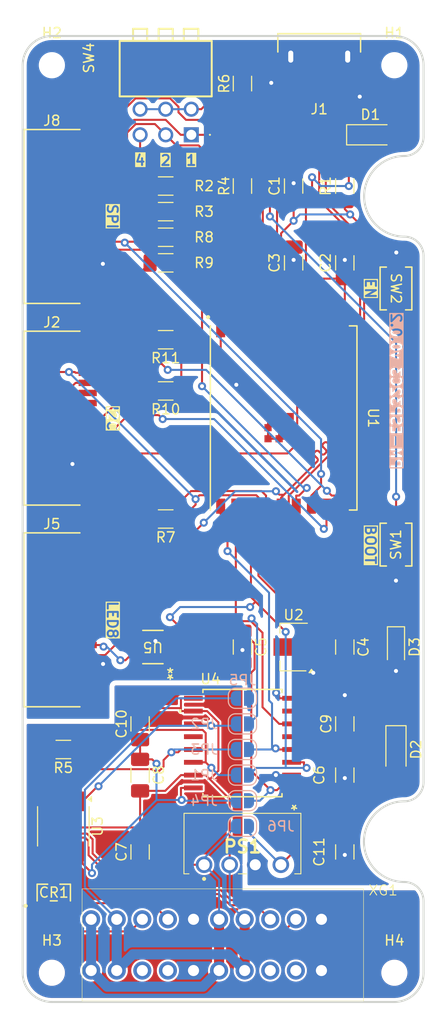
<source format=kicad_pcb>
(kicad_pcb (version 20240108) (generator "pcbnew") (generator_version "8.0")
  (title_block (title "${article} v${version}"))
  (layers (0 "F.Cu" signal) (31 "B.Cu" signal) (34 "B.Paste" user) (35 "F.Paste" user) (36 "B.SilkS" user "B.Silkscreen") (37 "F.SilkS" user "F.Silkscreen") (38 "B.Mask" user) (39 "F.Mask" user) (44 "Edge.Cuts" user))
  (property "article" "PM-ESP32C3")
  (property "version" "0.0.2")
  (net 0 "")
  (net 1 "/EN")
  (net 2 "GND")
  (net 4 "Net-(R4-Pad2)")
  (net 5 "/SCL")
  (net 6 "/SDA")
  (net 7 "/USB_D+")
  (net 8 "/USB_D-")
  (net 9 "+5V")
  (net 11 "+3.3V")
  (net 12 "/SCK")
  (net 13 "/CS0")
  (net 14 "/MOSI")
  (net 15 "/MISO")
  (net 16 "/CS1")
  (net 17 "Net-(D1-A)")
  (net 21 "Net-(R6-Pad2)")
  (net 23 "Net-(J5-Pin_2)")
  (net 24 "/UART_RX")
  (net 25 "/UART_TX")
  (net 26 "/B")
  (net 27 "/A")
  (net 28 "/INT")
  (net 29 "/CS2")
  (net 30 "/CS3")
  (net 31 "+3.3V_ISO")
  (net 32 "Net-(J5-Pin_8)")
  (net 33 "GND_ISO")
  (net 34 "/UART_RX_ISO")
  (net 38 "/UART_TX_ISO")
  (net 41 "Net-(D2-A)")
  (net 42 "PE")
  (net 43 "+5V_ISO")
  (net 44 "Net-(J5-Pin_9)")
  (net 45 "/UART_RTS_ISO")
  (net 46 "/UART_RTS")
  (footprint "MountingHole:MountingHole_2.1mm" (layer "F.Cu") (at 85 145)
    (property "Reference" "H4")
    (property "Value" "MountingHole")
  )
  (footprint "Resistor_SMD:R_1206_3216Metric_Pad1.30x1.75mm_HandSolder" (layer "F.Cu") (at 62.3 74.6)
    (property "Reference" "R9")
    (property "Value" "10k")
  )
  (footprint "kicad_inventree_lib:SW_TS-1088_XNP-M" (layer "F.Cu") (at 85.16 77.14 -90)
    (property "Reference" "SW2")
    (property "Value" "Button")
  )
  (footprint "kicad_inventree_lib:ESP32-C3-WROOM-02U_EXP" (layer "F.Cu") (at 74.01 89.98 -90)
    (property "Reference" "U1")
    (property "Value" "ESP32-C3-WROOM-02U-N4")
  )
  (footprint "Capacitor_SMD:C_1206_3216Metric_Pad1.33x1.80mm_HandSolder" (layer "F.Cu") (at 80.08 120.32 90)
    (property "Reference" "C9")
    (property "Value" "10uF")
  )
  (footprint "kicad_inventree_lib:DA03BLP" (layer "F.Cu") (at 64.84 61.9 180)
    (property "Reference" "SW4")
    (property "Value" "DIP 3 pos" (hide yes))
  )
  (footprint "Package_TO_SOT_SMD:SOT-89-3" (layer "F.Cu") (at 75 112.7 180)
    (property "Reference" "U2")
    (property "Value" "CJA1117B-3.3")
  )
  (footprint "kicad_inventree_lib:CONN5_H83-S1S_XKB" (layer "F.Cu") (at 78.84 56.9989 180)
    (property "Reference" "J1")
    (property "Value" "U254-051T-4BH83-S1S")
  )
  (footprint "Resistor_SMD:R_1206_3216Metric_Pad1.30x1.75mm_HandSolder" (layer "F.Cu") (at 62.3 82.22 180)
    (property "Reference" "R11")
    (property "Value" "3k3")
  )
  (footprint "kicad_inventree_lib:SOT23-3_LTF" (layer "F.Cu") (at 51.19 137.0459)
    (property "Reference" "CR1")
    (property "Value" "SM712")
  )
  (footprint "Capacitor_SMD:C_1206_3216Metric_Pad1.33x1.80mm_HandSolder" (layer "F.Cu") (at 80.08 112.7 -90)
    (property "Reference" "C4")
    (property "Value" "10uF")
  )
  (footprint "MountingHole:MountingHole_2.1mm" (layer "F.Cu") (at 51 145)
    (property "Reference" "H3")
    (property "Value" "MountingHole")
  )
  (footprint "Package_SO:SOIC-8_3.9x4.9mm_P1.27mm" (layer "F.Cu") (at 52.14 130.48 -90)
    (property "Reference" "U3")
    (property "Value" "MAX3485")
  )
  (footprint "Capacitor_SMD:C_1206_3216Metric_Pad1.33x1.80mm_HandSolder" (layer "F.Cu") (at 80.08 125.4 -90)
    (property "Reference" "C6")
    (property "Value" "100nF")
  )
  (footprint "MountingHole:MountingHole_2.1mm" (layer "F.Cu") (at 51 55)
    (property "Reference" "H2")
    (property "Value" "MountingHole")
  )
  (footprint "kicad_inventree_lib:CONN10_AFA07-S10_JUS" (layer "F.Cu") (at 51 70 -90)
    (property "Reference" "J8")
    (property "Value" "AFA07-S10FCC-00")
  )
  (footprint "Resistor_SMD:R_1206_3216Metric_Pad1.30x1.75mm_HandSolder" (layer "F.Cu") (at 62.3 87.3 180)
    (property "Reference" "R10")
    (property "Value" "3k3")
  )
  (footprint "Diode_SMD:D_SOD-323_HandSoldering" (layer "F.Cu") (at 85.16 112.7 -90)
    (property "Reference" "D3")
    (property "Value" "5A 9.8V 6V")
  )
  (footprint "Resistor_SMD:R_1206_3216Metric_Pad1.30x1.75mm_HandSolder" (layer "F.Cu") (at 52.14 122.86 180)
    (property "Reference" "R5")
    (property "Value" "10k")
  )
  (footprint "Resistor_SMD:R_1206_3216Metric_Pad1.30x1.75mm_HandSolder" (layer "F.Cu") (at 69.92 66.98 90)
    (property "Reference" "R4")
    (property "Value" "330R")
  )
  (footprint "Capacitor_SMD:C_1206_3216Metric_Pad1.33x1.80mm_HandSolder" (layer "F.Cu") (at 75 74.6 90)
    (property "Reference" "C3")
    (property "Value" "1uF")
  )
  (footprint "Capacitor_SMD:C_1206_3216Metric_Pad1.33x1.80mm_HandSolder" (layer "F.Cu") (at 75 66.98 90)
    (property "Reference" "C1")
    (property "Value" "1uF")
  )
  (footprint "kicad_inventree_lib:DBV6-M" (layer "F.Cu") (at 61.03 112.7 180)
    (property "Reference" "U5")
    (property "Value" "SN74LVC2G14DBVR")
  )
  (footprint "Capacitor_SMD:C_1206_3216Metric_Pad1.33x1.80mm_HandSolder" (layer "F.Cu") (at 59.76 125.4 -90)
    (property "Reference" "C8")
    (property "Value" "100nF")
  )
  (footprint "Resistor_SMD:R_1206_3216Metric_Pad1.30x1.75mm_HandSolder" (layer "F.Cu") (at 62.3 100 180)
    (property "Reference" "R7")
    (property "Value" "330R")
  )
  (footprint "Resistor_SMD:R_1206_3216Metric_Pad1.30x1.75mm_HandSolder" (layer "F.Cu") (at 69.92 56.82 90)
    (property "Reference" "R6")
    (property "Value" "10k")
  )
  (footprint "Capacitor_SMD:C_1206_3216Metric_Pad1.33x1.80mm_HandSolder" (layer "F.Cu") (at 80.08 133.02 -90)
    (property "Reference" "C11")
    (property "Value" "10uF")
  )
  (footprint "Diode_SMD:D_SOD-123" (layer "F.Cu") (at 82.62 61.9)
    (property "Reference" "D1")
    (property "Value" "B5819W")
  )
  (footprint "kicad_inventree_lib:DG141R-2.54-10P" (layer "F.Cu") (at 54 147.8)
    (property "Reference" "XG1")
    (property "Value" "DG141R-2.54-10P" (hide yes))
  )
  (footprint "kicad_inventree_lib:CONN10_AFA07-S10_JUS" (layer "F.Cu") (at 51 110 -90)
    (property "Reference" "J5")
    (property "Value" "AFA07-S10FCC-00")
  )
  (footprint "Resistor_SMD:R_1206_3216Metric_Pad1.30x1.75mm_HandSolder" (layer "F.Cu") (at 62.3 66.98 180)
    (property "Reference" "R2")
    (property "Value" "10k")
  )
  (footprint "Resistor_SMD:R_1206_3216Metric_Pad1.30x1.75mm_HandSolder" (layer "F.Cu") (at 62.3 69.52 180)
    (property "Reference" "R3")
    (property "Value" "10k")
  )
  (footprint "Diode_SMD:D_SOD-123" (layer "F.Cu") (at 85.16 122.86 -90)
    (property "Reference" "D2")
    (property "Value" "B5819W")
  )
  (footprint "kicad_inventree_lib:SW_TS-1088_XNP-M" (layer "F.Cu") (at 85.16 102.54 90)
    (property "Reference" "SW1")
    (property "Value" "Button")
  )
  (footprint "MountingHole:MountingHole_2.1mm" (layer "F.Cu") (at 85 55)
    (property "Reference" "H1")
    (property "Value" "MountingHole")
  )
  (footprint "kicad_inventree_lib:CONN10_AFA07-S10_JUS" (layer "F.Cu") (at 51 90 -90)
    (property "Reference" "J2")
    (property "Value" "AFA07-S10FCC-00")
  )
  (footprint "Resistor_SMD:R_1206_3216Metric_Pad1.30x1.75mm_HandSolder" (layer "F.Cu") (at 80.08 66.98 -90)
    (property "Reference" "R1")
    (property "Value" "10k")
  )
  (footprint "Capacitor_SMD:C_1206_3216Metric_Pad1.33x1.80mm_HandSolder" (layer "F.Cu") (at 59.76 120.32 90)
    (property "Reference" "C10")
    (property "Value" "10uF")
  )
  (footprint "kicad_inventree_lib:B0505S1WR3" (layer "F.Cu") (at 66.11 134.29)
    (property "Reference" "PS1")
    (property "Value" "B0505S-1WR3" (hide yes))
  )
  (footprint "Capacitor_SMD:C_1206_3216Metric_Pad1.33x1.80mm_HandSolder" (layer "F.Cu") (at 80.08 74.6 -90)
    (property "Reference" "C2")
    (property "Value" "10uF")
  )
  (footprint "Capacitor_SMD:C_1206_3216Metric_Pad1.33x1.80mm_HandSolder" (layer "F.Cu") (at 69.92 112.7 -90)
    (property "Reference" "C5")
    (property "Value" "22uF")
  )
  (footprint "kicad_inventree_lib:SOIC16-WBW_CLG-M" (layer "F.Cu") (at 69.92 122.225 180)
    (property "Reference" "U4")
    (property "Value" "CA-IS3641HW")
  )
  (footprint "Resistor_SMD:R_1206_3216Metric_Pad1.30x1.75mm_HandSolder" (layer "F.Cu") (at 62.3 72.06 180)
    (property "Reference" "R8")
    (property "Value" "10k")
  )
  (footprint "Capacitor_SMD:C_1206_3216Metric_Pad1.33x1.80mm_HandSolder" (layer "F.Cu") (at 59.76 133.02 90)
    (property "Reference" "C7")
    (property "Value" "10uF")
  )
  (footprint "Jumper:SolderJumper-2_P1.3mm_Open_RoundedPad1.0x1.5mm" (layer "B.Cu") (at 69.92 117.78 180)
    (property "Reference" "JP5")
    (property "Value" "SolderJumper_2_Open")
  )
  (footprint "Jumper:SolderJumper-2_P1.3mm_Open_RoundedPad1.0x1.5mm" (layer "B.Cu") (at 69.92 127.94 180)
    (property "Reference" "JP4")
    (property "Value" "SolderJumper_2_Open")
  )
  (footprint "Jumper:SolderJumper-2_P1.3mm_Open_RoundedPad1.0x1.5mm" (layer "B.Cu") (at 69.92 120.32 180)
    (property "Reference" "JP2")
    (property "Value" "SolderJumper_2_Open")
  )
  (footprint "Jumper:SolderJumper-2_P1.3mm_Open_RoundedPad1.0x1.5mm" (layer "B.Cu") (at 69.92 125.4 180)
    (property "Reference" "JP1")
    (property "Value" "SolderJumper_2_Open")
  )
  (footprint "Jumper:SolderJumper-2_P1.3mm_Open_RoundedPad1.0x1.5mm" (layer "B.Cu") (at 69.92 130.48)
    (property "Reference" "JP6")
    (property "Value" "SolderJumper_2_Open")
  )
  (footprint "Jumper:SolderJumper-2_P1.3mm_Open_RoundedPad1.0x1.5mm" (layer "B.Cu") (at 69.92 122.86 180)
    (property "Reference" "JP3")
    (property "Value" "SolderJumper_2_Open")
  )
  (gr_arc (start 87.900001 144.999999) (mid 87.050611 147.050609) (end 85.000001 147.899999) (stroke (width 0.2)) (layer "Edge.Cuts"))
  (gr_line (start 87.900001 137.899999) (end 87.900001 144.999999) (stroke (width 0.2)) (layer "Edge.Cuts"))
  (gr_line (start 87.9 62.1) (end 87.9 55) (stroke (width 0.2)) (layer "Edge.Cuts"))
  (gr_arc (start 48.099999 55) (mid 48.949389 52.94939) (end 50.999999 52.1) (stroke (width 0.2)) (layer "Edge.Cuts"))
  (gr_line (start 48.1 144.999999) (end 48.1 54.999999) (stroke (width 0.2)) (layer "Edge.Cuts"))
  (gr_arc (start 86.000001 135.999999) (mid 82.000001 131.999999) (end 86.000001 127.999999) (stroke (width 0.2)) (layer "Edge.Cuts"))
  (gr_arc (start 87.900001 126.100001) (mid 87.343504 127.443504) (end 86.000001 128.000001) (stroke (width 0.2)) (layer "Edge.Cuts"))
  (gr_arc (start 86.000001 71.999999) (mid 87.343504 72.556496) (end 87.900001 73.899999) (stroke (width 0.2)) (layer "Edge.Cuts"))
  (gr_arc (start 85 52.1) (mid 87.05061 52.94939) (end 87.9 55) (stroke (width 0.2)) (layer "Edge.Cuts"))
  (gr_arc (start 51 147.899999) (mid 48.94939 147.050609) (end 48.1 144.999999) (stroke (width 0.2)) (layer "Edge.Cuts"))
  (gr_line (start 87.900001 73.899999) (end 87.900001 126.100001) (stroke (width 0.2)) (layer "Edge.Cuts"))
  (gr_line (start 50.999999 52.1) (end 85 52.1) (stroke (width 0.2)) (layer "Edge.Cuts"))
  (gr_arc (start 86.000001 135.999999) (mid 87.343504 136.556496) (end 87.900001 137.899999) (stroke (width 0.2)) (layer "Edge.Cuts"))
  (gr_line (start 51 147.899999) (end 85.000001 147.899999) (stroke (width 0.2)) (layer "Edge.Cuts"))
  (gr_arc (start 86 72) (mid 82 68) (end 86 64) (stroke (width 0.2)) (layer "Edge.Cuts"))
  (gr_arc (start 87.9 62.1) (mid 87.343503 63.443503) (end 86 64) (stroke (width 0.2)) (layer "Edge.Cuts"))
  (gr_text "${article} v${version}" (at 85.16 87.3 -90) (layer "B.SilkS" knockout) (effects (font (size 1 1) (thickness 0.2) (bold yes)) (justify mirror)))
  (gr_text "LED8" (at 57 110 270) (layer "F.SilkS" knockout) (effects (font (size 1 1) (thickness 0.2) (bold yes))))
  (gr_text "EN" (at 82.62 77.14 -90) (layer "F.SilkS" knockout) (effects (font (size 1 1) (thickness 0.2) (bold yes))))
  (gr_text "I2C" (at 57 90 270) (layer "F.SilkS" knockout) (effects (font (size 1 1) (thickness 0.2) (bold yes))))
  (gr_text "BOOT" (at 82.62 102.54 -90) (layer "F.SilkS" knockout) (effects (font (size 1 1) (thickness 0.2) (bold yes))))
  (gr_text "4" (at 59.76 64.44 0) (layer "F.SilkS" knockout) (effects (font (size 1 1) (thickness 0.2) (bold yes))))
  (gr_text "2" (at 62.3 64.44 0) (layer "F.SilkS" knockout) (effects (font (size 1 1) (thickness 0.2) (bold yes))))
  (gr_text "SPI" (at 57 70 270) (layer "F.SilkS" knockout) (effects (font (size 1 1) (thickness 0.2) (bold yes))))
  (gr_text "1" (at 64.84 64.44 0) (layer "F.SilkS" knockout) (effects (font (size 1 1) (thickness 0.2) (bold yes))))
  (segment (start 80.08 69.2676) (end 80.6082 69.7958) (width 0.2) (layer "F.Cu") (net 1))
  (segment (start 80.6082 69.7958) (end 83.05 72.2376) (width 0.2) (layer "F.Cu") (net 1))
  (segment (start 78.26 80.179) (end 77.333 79.252) (width 0.2) (layer "F.Cu") (net 1))
  (segment (start 77.333 79.252) (end 76.1904 79.252) (width 0.2) (layer "F.Cu") (net 1))
  (segment (start 73.756 76.8176) (end 73.756 71.6663) (width 0.2) (layer "F.Cu") (net 1))
  (segment (start 84.236 79.426) (end 85.16 79.426) (width 0.2) (layer "F.Cu") (net 1))
  (segment (start 76.1904 79.252) (end 73.756 76.8176) (width 0.2) (layer "F.Cu") (net 1))
  (segment (start 83.05 72.2376) (end 83.05 78.24) (width 0.2) (layer "F.Cu") (net 1))
  (segment (start 83.05 78.24) (end 84.236 79.426) (width 0.2) (layer "F.Cu") (net 1))
  (segment (start 78.26 81.23) (end 78.26 80.179) (width 0.2) (layer "F.Cu") (net 1))
  (segment (start 73.756 71.6663) (end 75 70.4223) (width 0.2) (layer "F.Cu") (net 1))
  (segment (start 80.08 68.53) (end 80.08 69.2676) (width 0.2) (layer "F.Cu") (net 1))
  (segment (start 75 70.4223) (end 75 68.5425) (width 0.2) (layer "F.Cu") (net 1))
  (via (at 75 70.4223) (size 0.8) (drill 0.4) (layers "F.Cu" "B.Cu") (net 1))
  (via (at 80.6082 69.7958) (size 0.8) (drill 0.4) (layers "F.Cu" "B.Cu") (net 1))
  (segment (start 75.6265 69.7958) (end 75 70.4223) (width 0.2) (layer "B.Cu") (net 1))
  (segment (start 80.6082 69.7958) (end 75.6265 69.7958) (width 0.2) (layer "B.Cu") (net 1))
  (segment (start 75 65.4175) (end 75 66.6971) (width 0.2) (layer "F.Cu") (net 2))
  (segment (start 80.64 56.6949) (end 80.64 57.7967) (width 0.2) (layer "F.Cu") (net 2))
  (segment (start 55.7594 114.5) (end 55.8806 114.379) (width 0.2) (layer "F.Cu") (net 2))
  (segment (start 72.46 89.84) (end 72.46 90.94) (width 0.2) (layer "F.Cu") (net 2))
  (segment (start 80.08 73.0375) (end 80.08 74.3069) (width 0.2) (layer "F.Cu") (net 2))
  (segment (start 73.568 117.555) (end 73.2626 117.249) (width 0.2) (layer "F.Cu") (net 2))
  (segment (start 73.0316 56.7475) (end 73.0842 56.6949) (width 0.2) (layer "F.Cu") (net 2))
  (segment (start 73.568 117.78) (end 73.568 117.555) (width 0.2) (layer "F.Cu") (net 2))
  (segment (start 80.08 118.758) (end 80.08 118.7575) (width 0.2) (layer "F.Cu") (net 2))
  (segment (start 73.674 89.5113) (end 73.56 89.5113) (width 0.2) (layer "F.Cu") (net 2))
  (segment (start 75 73.0375) (end 75 74.3051) (width 0.2) (layer "F.Cu") (net 2))
  (segment (start 61.6045 112.4289) (end 61.6045 112.7) (width 0.2) (layer "F.Cu") (net 2))
  (segment (start 73.56 89.5113) (end 73.56 89.84) (width 0.2) (layer "F.Cu") (net 2))
  (segment (start 72.7777 56.7475) (end 73.0316 56.7475) (width 0.2) (layer "F.Cu") (net 2))
  (segment (start 75.9209 56.82) (end 75.7958 56.6949) (width 0.2) (layer "F.Cu") (net 2))
  (segment (start 80.08 126.962) (end 80.08 125.695) (width 0.2) (layer "F.Cu") (net 2))
  (segment (start 61.2813 112.1057) (end 61.6045 112.4289) (width 0.2) (layer "F.Cu") (net 2))
  (segment (start 85.16 73.8792) (end 85.16 74.854) (width 0.2) (layer "F.Cu") (net 2))
  (segment (start 62.4968 112.7) (end 61.6045 112.7) (width 0.2) (layer "F.Cu") (net 2))
  (segment (start 74.0027 89.84) (end 73.674 89.5113) (width 0.2) (layer "F.Cu") (net 2))
  (segment (start 72.46 89.84) (end 73.56 89.84) (width 0.2) (layer "F.Cu") (net 2))
  (segment (start 76.95 114.2) (end 76.95 115.255) (width 0.2) (layer "F.Cu") (net 2))
  (segment (start 67.759999 81.23) (end 67.759999 85.139999) (width 0.2) (layer "F.Cu") (net 2))
  (segment (start 80.08 134.582) (end 80.08 134.5825) (width 0.2) (layer "F.Cu") (net 2))
  (segment (start 75.7958 56.6949) (end 74.44 56.6949) (width 0.2) (layer "F.Cu") (net 2))
  (segment (start 69.92 114.262) (end 69.92 112.997) (width 0.2) (layer "F.Cu") (net 2))
  (segment (start 80.08 118.7575) (end 80.08 117.47) (width 0.2) (layer "F.Cu") (net 2))
  (segment (start 53.3046 94.548) (end 53.3526 94.5) (width 0.2) (layer "F.Cu") (net 2))
  (segment (start 80.08 126.962) (end 80.08 126.9625) (width 0.2) (layer "F.Cu") (net 2))
  (segment (start 85.16 104.826) (end 85.16 106.112) (width 0.2) (layer "F.Cu") (net 2))
  (segment (start 76.2401 56.82) (end 75.9209 56.82) (width 0.2) (layer "F.Cu") (net 2))
  (segment (start 54.556 114.5) (end 55.7594 114.5) (width 0.2) (layer "F.Cu") (net 2))
  (segment (start 80.08 117.47) (end 80.08 114.2625) (width 0.2) (layer "F.Cu") (net 2))
  (segment (start 81.2429 57.7967) (end 81.5631 58.1169) (width 0.2) (layer "F.Cu") (net 2))
  (segment (start 53.3526 94.5) (end 54.556 94.5) (width 0.2) (layer "F.Cu") (net 2))
  (segment (start 85.192 73.8472) (end 85.16 73.8792) (width 0.2) (layer "F.Cu") (net 2))
  (segment (start 67.759999 85.139999) (end 72.46 89.84) (width 0.2) (layer "F.Cu") (net 2))
  (segment (start 73.5581 125.39) (end 73.568 125.4) (width 0.2) (layer "F.Cu") (net 2))
  (segment (start 55.9569 74.6975) (end 55.7594 74.5) (width 0.2) (layer "F.Cu") (net 2))
  (segment (start 72.46 90.94) (end 72.46 92.04) (width 0.2) (layer "F.Cu") (net 2))
  (segment (start 85.16 113.95) (end 85.16 115.072) (width 0.2) (layer "F.Cu") (net 2))
  (segment (start 74.66 92.04) (end 73.56 92.04) (width 0.2) (layer "F.Cu") (net 2))
  (segment (start 80.08 114.2625) (end 80.08 114.262) (width 0.2) (layer "F.Cu") (net 2))
  (segment (start 69.92 114.262) (end 69.92 114.2625) (width 0.2) (layer "F.Cu") (net 2))
  (segment (start 55.8806 114.379) (end 56.0822 114.379) (width 0.2) (layer "F.Cu") (net 2))
  (segment (start 73.568 125.4) (end 74.7968 125.4) (width 0.2) (layer "F.Cu") (net 2))
  (segment (start 80.08 134.582) (end 80.08 133.315) (width 0.2) (layer "F.Cu") (net 2))
  (segment (start 55.7594 74.5) (end 54.556 74.5) (width 0.2) (layer "F.Cu") (net 2))
  (segment (start 80.64 57.7967) (end 81.2429 57.7967) (width 0.2) (layer "F.Cu") (net 2))
  (segment (start 74.7968 117.78) (end 73.568 117.78) (width 0.2) (layer "F.Cu") (net 2))
  (segment (start 73.56 92.04) (end 72.46 92.04) (width 0.2) (layer "F.Cu") (net 2))
  (segment (start 53.0435 94.548) (end 53.3046 94.548) (width 0.2) (layer "F.Cu") (net 2))
  (segment (start 74.66 89.84) (end 74.0027 89.84) (width 0.2) (layer "F.Cu") (net 2))
  (segment (start 73.56 90.94) (end 74.66 90.94) (width 0.2) (layer "F.Cu") (net 2))
  (segment (start 56.0639 74.6975) (end 55.9569 74.6975) (width 0.2) (layer "F.Cu") (net 2))
  (segment (start 73.0842 56.6949) (end 74.44 56.6949) (width 0.2) (layer "F.Cu") (net 2))
  (segment (start 73.2378 125.39) (end 73.5581 125.39) (width 0.2) (layer "F.Cu") (net 2))
  (segment (start 73.56 90.94) (end 73.56 92.04) (width 0.2) (layer "F.Cu") (net 2))
  (segment (start 85.192 73.5734) (end 85.192 73.8472) (width 0.2) (layer "F.Cu") (net 2))
  (via (at 69.92 112.997) (size 0.8) (drill 0.4) (layers "F.Cu" "B.Cu") (net 2))
  (via (at 56.0639 74.6975) (size 0.8) (drill 0.4) (layers "F.Cu" "B.Cu") (net 2))
  (via (at 75 66.6971) (size 0.8) (drill 0.4) (layers "F.Cu" "B.Cu") (net 2))
  (via (at 80.08 117.47) (size 0.8) (drill 0.4) (layers "F.Cu" "B.Cu") (net 2))
  (via (at 69.31 86.69) (size 0.8) (drill 0.4) (layers "F.Cu" "B.Cu") (net 2))
  (via (at 80.08 74.3069) (size 0.8) (drill 0.4) (layers "F.Cu" "B.Cu") (net 2))
  (via (at 73.2626 117.249) (size 0.8) (drill 0.4) (layers "F.Cu" "B.Cu") (net 2))
  (via (at 72.7777 56.7475) (size 0.8) (drill 0.4) (layers "F.Cu" "B.Cu") (net 2))
  (via (at 81.5631 58.1169) (size 0.8) (drill 0.4) (layers "F.Cu" "B.Cu") (net 2))
  (via (at 85.16 106.112) (size 0.8) (drill 0.4) (layers "F.Cu" "B.Cu") (net 2))
  (via (at 75 74.3051) (size 0.8) (drill 0.4) (layers "F.Cu" "B.Cu") (net 2))
  (via (at 80.08 133.315) (size 0.8) (drill 0.4) (layers "F.Cu" "B.Cu") (net 2))
  (via (at 61.2813 112.1057) (size 0.8) (drill 0.4) (layers "F.Cu" "B.Cu") (net 2))
  (via (at 56.0822 114.379) (size 0.8) (drill 0.4) (layers "F.Cu" "B.Cu") (net 2))
  (via (at 53.0435 94.548) (size 0.8) (drill 0.4) (layers "F.Cu" "B.Cu") (net 2))
  (via (at 85.192 73.5734) (size 0.8) (drill 0.4) (layers "F.Cu" "B.Cu") (net 2))
  (via (at 76.95 115.255) (size 0.8) (drill 0.4) (layers "F.Cu" "B.Cu") (net 2))
  (via (at 73.2378 125.39) (size 0.8) (drill 0.4) (layers "F.Cu" "B.Cu") (net 2))
  (via (at 80.08 125.695) (size 0.8) (drill 0.4) (layers "F.Cu" "B.Cu") (net 2))
  (via (at 85.16 115.072) (size 0.8) (drill 0.4) (layers "F.Cu" "B.Cu") (net 2))
  (segment (start 85.16 100.254) (end 85.16 99.2792) (width 0.2) (layer "F.Cu") (net 4))
  (segment (start 70.4558 65.43) (end 69.92 65.43) (width 0.2) (layer "F.Cu") (net 4))
  (segment (start 72.6465 70) (end 72.6465 67.6207) (width 0.2) (layer "F.Cu") (net 4))
  (segment (start 85.1723 99.2669) (end 85.1723 97.7904) (width 0.2) (layer "F.Cu") (net 4))
  (segment (start 72.6465 67.6207) (end 70.4558 65.43) (width 0.2) (layer "F.Cu") (net 4))
  (segment (start 85.16 99.2792) (end 85.1723 99.2669) (width 0.2) (layer "F.Cu") (net 4))
  (via (at 85.1723 97.7904) (size 0.8) (drill 0.4) (layers "F.Cu" "B.Cu") (net 4))
  (via (at 72.6465 70) (size 0.8) (drill 0.4) (layers "F.Cu" "B.Cu") (net 4))
  (segment (start 85.1723 82.5258) (end 72.6465 70) (width 0.2) (layer "B.Cu") (net 4))
  (segment (start 85.1723 97.7904) (end 85.1723 82.5258) (width 0.2) (layer "B.Cu") (net 4))
  (segment (start 54.556 92.5) (end 55.7594 92.5) (width 0.2) (layer "F.Cu") (net 5))
  (segment (start 60.75 89.6953) (end 60.75 87.3) (width 0.2) (layer "F.Cu") (net 5))
  (segment (start 61.6073 89.6953) (end 62 90.088) (width 0.2) (layer "F.Cu") (net 5))
  (segment (start 55.7594 92.5) (end 58.5641 89.6953) (width 0.2) (layer "F.Cu") (net 5))
  (segment (start 78.26 98.73) (end 78.26 100.723) (width 0.2) (layer "F.Cu") (net 5))
  (segment (start 60.75 89.6953) (end 61.6073 89.6953) (width 0.2) (layer "F.Cu") (net 5))
  (segment (start 58.5641 89.6953) (end 60.75 89.6953) (width 0.2) (layer "F.Cu") (net 5))
  (segment (start 78.26 100.723) (end 78 100.983) (width 0.2) (layer "F.Cu") (net 5))
  (via (at 78 100.983) (size 0.8) (drill 0.4) (layers "F.Cu" "B.Cu") (net 5))
  (via (at 62 90.088) (size 0.8) (drill 0.4) (layers "F.Cu" "B.Cu") (net 5))
  (segment (start 62 90.088) (end 67.1049 90.088) (width 0.2) (layer "B.Cu") (net 5))
  (segment (start 67.1049 90.088) (end 78 100.983) (width 0.2) (layer "B.Cu") (net 5))
  (segment (start 55.7594 90.1569) (end 55.7594 91.5) (width 0.2) (layer "F.Cu") (net 6))
  (segment (start 60.75 84.0847) (end 60.75 82.22) (width 0.2) (layer "F.Cu") (net 6))
  (segment (start 61.2908 84.6255) (end 55.7594 90.1569) (width 0.2) (layer "F.Cu") (net 6))
  (segment (start 79.76 97.679) (end 78.7764 97.679) (width 0.2) (layer "F.Cu") (net 6))
  (segment (start 55.7594 91.5) (end 54.556 91.5) (width 0.2) (layer "F.Cu") (net 6))
  (segment (start 78.7764 97.679) (end 78.3028 97.2054) (width 0.2) (layer "F.Cu") (net 6))
  (segment (start 79.76 98.73) (end 79.76 97.679) (width 0.2) (layer "F.Cu") (net 6))
  (segment (start 61.9154 84.6255) (end 61.2908 84.6255) (width 0.2) (layer "F.Cu") (net 6))
  (segment (start 61.2908 84.6255) (end 60.75 84.0847) (width 0.2) (layer "F.Cu") (net 6))
  (segment (start 62.5019 85.212) (end 61.9154 84.6255) (width 0.2) (layer "F.Cu") (net 6))
  (via (at 62.5019 85.212) (size 0.8) (drill 0.4) (layers "F.Cu" "B.Cu") (net 6))
  (via (at 78.3028 97.2054) (size 0.8) (drill 0.4) (layers "F.Cu" "B.Cu") (net 6))
  (segment (start 78.3028 97.2054) (end 66.3094 85.212) (width 0.2) (layer "B.Cu") (net 6))
  (segment (start 66.3094 85.212) (end 62.5019 85.212) (width 0.2) (layer "B.Cu") (net 6))
  (segment (start 77.328958 94.305353) (end 77.244106 94.390207) (width 0.2) (layer "F.Cu") (net 7))
  (segment (start 56.9449 109.5) (end 54.556 109.5) (width 0.2) (layer "F.Cu") (net 7))
  (segment (start 78.092635 93.541678) (end 78.092635 93.541679) (width 0.2) (layer "F.Cu") (net 7))
  (segment (start 79.026016 92.608295) (end 78.941164 92.693149) (width 0.2) (layer "F.Cu") (net 7))
  (segment (start 66.0805 100.364) (end 56.9449 109.5) (width 0.2) (layer "F.Cu") (net 7))
  (segment (start 73.76 97.874314) (end 73.76 98.73) (width 0.2) (layer "F.Cu") (net 7))
  (segment (start 78.020513 92.451322) (end 77.93566 92.536174) (width 0.2) (layer "F.Cu") (net 7))
  (segment (start 73.8146 97.5966) (end 73.5914 97.5966) (width 0.2) (layer "F.Cu") (net 7))
  (segment (start 74.880463 96.753851) (end 73.76 97.874314) (width 0.2) (layer "F.Cu") (net 7))
  (segment (start 78.869007 91.602758) (end 78.784154 91.68761) (width 0.2) (layer "F.Cu") (net 7))
  (segment (start 73.5914 97.5966) (end 73.2456 97.2508) (width 0.2) (layer "F.Cu") (net 7))
  (segment (start 75.087429 96.546885) (end 74.880463 96.753851) (width 0.2) (layer "F.Cu") (net 7))
  (segment (start 77.93566 92.875586) (end 78.177487 93.117413) (width 0.2) (layer "F.Cu") (net 7))
  (segment (start 77.087131 93.724115) (end 77.328958 93.965942) (width 0.2) (layer "F.Cu") (net 7))
  (segment (start 74.0377 97.5966) (end 73.8146 97.5966) (width 0.2) (layer "F.Cu") (net 7))
  (segment (start 81.6 90.034314) (end 79.789693 91.844621) (width 0.2) (layer "F.Cu") (net 7))
  (segment (start 78.601752 92.69315) (end 78.359924 92.451322) (width 0.2) (layer "F.Cu") (net 7))
  (segment (start 79.450281 91.844621) (end 79.208418 91.602758) (width 0.2) (layer "F.Cu") (net 7))
  (segment (start 78.784154 92.027022) (end 79.026016 92.268884) (width 0.2) (layer "F.Cu") (net 7))
  (segment (start 73.2456 97.2508) (end 73.244 97.2508) (width 0.2) (layer "F.Cu") (net 7))
  (segment (start 73.8146 97.5966) (end 73.9262 97.7082) (width 0.2) (layer "F.Cu") (net 7))
  (segment (start 77.54 56.82) (end 77.54 68.405686) (width 0.2) (layer "F.Cu") (net 7))
  (segment (start 77.753223 93.541679) (end 77.511395 93.299851) (width 0.2) (layer "F.Cu") (net 7))
  (segment (start 78.941164 92.693149) (end 78.941164 92.69315) (width 0.2) (layer "F.Cu") (net 7))
  (segment (start 77.54 68.405686) (end 81.6 72.465686) (width 0.2) (layer "F.Cu") (net 7))
  (segment (start 77.171984 93.299851) (end 77.087131 93.384703) (width 0.2) (layer "F.Cu") (net 7))
  (segment (start 81.6 72.465686) (end 81.6 90.034314) (width 0.2) (layer "F.Cu") (net 7))
  (segment (start 77.244106 94.390207) (end 75.087429 96.546885) (width 0.2) (layer "F.Cu") (net 7))
  (segment (start 78.177487 93.456824) (end 78.092635 93.541678) (width 0.2) (layer "F.Cu") (net 7))
  (via (at 66.0805 100.364) (size 0.8) (drill 0.4) (layers "F.Cu" "B.Cu") (net 7))
  (via (at 73.244 97.2508) (size 0.8) (drill 0.4) (layers "F.Cu" "B.Cu") (net 7))
  (arc (start 77.087131 93.384703) (mid 77.016836 93.554409) (end 77.087131 93.724115) (width 0.2) (layer "F.Cu") (net 7))
  (arc (start 79.789693 91.844621) (mid 79.619987 91.914916) (end 79.450281 91.844621) (width 0.2) (layer "F.Cu") (net 7))
  (arc (start 77.511395 93.299851) (mid 77.34169 93.229556) (end 77.171984 93.299851) (width 0.2) (layer "F.Cu") (net 7))
  (arc (start 77.328958 93.965942) (mid 77.399252 94.135648) (end 77.328958 94.305353) (width 0.2) (layer "F.Cu") (net 7))
  (arc (start 79.026016 92.268884) (mid 79.09631 92.43859) (end 79.026016 92.608295) (width 0.2) (layer "F.Cu") (net 7))
  (arc (start 79.208418 91.602758) (mid 79.038713 91.532463) (end 78.869007 91.602758) (width 0.2) (layer "F.Cu") (net 7))
  (arc (start 78.359924 92.451322) (mid 78.190219 92.381027) (end 78.020513 92.451322) (width 0.2) (layer "F.Cu") (net 7))
  (arc (start 78.092635 93.541679) (mid 77.922929 93.611974) (end 77.753223 93.541679) (width 0.2) (layer "F.Cu") (net 7))
  (arc (start 78.784154 91.68761) (mid 78.713859 91.857316) (end 78.784154 92.027022) (width 0.2) (layer "F.Cu") (net 7))
  (arc (start 78.941164 92.69315) (mid 78.771458 92.763445) (end 78.601752 92.69315) (width 0.2) (layer "F.Cu") (net 7))
  (arc (start 78.177487 93.117413) (mid 78.247781 93.287119) (end 78.177487 93.456824) (width 0.2) (layer "F.Cu") (net 7))
  (arc (start 77.93566 92.536174) (mid 77.865365 92.70588) (end 77.93566 92.875586) (width 0.2) (layer "F.Cu") (net 7))
  (segment (start 73.244 97.2508) (end 69.1941 97.2508) (width 0.2) (layer "B.Cu") (net 7))
  (segment (start 69.1941 97.2508) (end 66.0805 100.364) (width 0.2) (layer "B.Cu") (net 7))
  (segment (start 62.3 99.7434) (end 64.814 97.2294) (width 0.2) (layer "F.Cu") (net 8))
  (segment (start 74.5155 99.7638) (end 74.3793 99.9) (width 0.2) (layer "F.Cu") (net 8))
  (segment (start 72.26 97.679) (end 72.26 98.73) (width 0.2) (layer "F.Cu") (net 8))
  (segment (start 62.3 101.959) (end 62.3 99.7434) (width 0.2) (layer "F.Cu") (net 8))
  (segment (start 73.1252 99.9) (end 72.26 99.0348) (width 0.2) (layer "F.Cu") (net 8))
  (segment (start 74.5155 97.6845) (end 74.5155 99.7638) (width 0.2) (layer "F.Cu") (net 8))
  (segment (start 72.26 99.0348) (end 72.26 98.73) (width 0.2) (layer "F.Cu") (net 8))
  (segment (start 74.3793 99.9) (end 73.1252 99.9) (width 0.2) (layer "F.Cu") (net 8))
  (segment (start 55.7594 108.5) (end 62.3 101.959) (width 0.2) (layer "F.Cu") (net 8))
  (segment (start 54.556 108.5) (end 55.7594 108.5) (width 0.2) (layer "F.Cu") (net 8))
  (segment (start 78.189986 56.82) (end 78.189986 68.489986) (width 0.2) (layer "F.Cu") (net 8))
  (segment (start 64.814 97.2294) (end 71.8104 97.2294) (width 0.2) (layer "F.Cu") (net 8))
  (segment (start 82 72.3) (end 82 90.2) (width 0.2) (layer "F.Cu") (net 8))
  (segment (start 82 90.2) (end 74.5155 97.6845) (width 0.2) (layer "F.Cu") (net 8))
  (segment (start 71.8104 97.2294) (end 72.26 97.679) (width 0.2) (layer "F.Cu") (net 8))
  (segment (start 78.189986 68.489986) (end 82 72.3) (width 0.2) (layer "F.Cu") (net 8))
  (segment (start 54.556 62.4075) (end 54.556 65.5) (width 0.2) (layer "F.Cu") (net 9))
  (segment (start 50.5857 84.63) (end 51.3784 85.4227) (width 0.2) (layer "F.Cu") (net 9))
  (segment (start 51.3784 85.4227) (end 52.697 85.4227) (width 0.2) (layer "F.Cu") (net 9))
  (segment (start 53.2753 85.4227) (end 52.697 85.4227) (width 0.2) (layer "F.Cu") (net 9))
  (segment (start 86.0108 112.301) (end 85.16 111.45) (width 0.2) (layer "F.Cu") (net 9))
  (segment (start 53.3526 65.5) (end 50.5857 68.2669) (width 0.2) (layer "F.Cu") (net 9))
  (segment (start 80.08 111.1378) (end 80.08 111.1375) (width 0.2) (layer "F.Cu") (net 9))
  (segment (start 65.2676 98.5824) (end 65.2676 98.031) (width 0.2) (layer "F.Cu") (net 9))
  (segment (start 80.0802 111.138) (end 80.0803 111.138) (width 0.2) (layer "F.Cu") (net 9))
  (segment (start 84.6959 62.8456) (end 85.0517 62.4898) (width 0.2) (layer "F.Cu") (net 9))
  (segment (start 80.0803 111.138) (end 80.0802 111.138) (width 0.2) (layer "F.Cu") (net 9))
  (segment (start 54.556 85.5) (end 53.3526 85.5) (width 0.2) (layer "F.Cu") (net 9))
  (segment (start 86.0108 120.359) (end 86.0108 112.301) (width 0.2) (layer "F.Cu") (net 9))
  (segment (start 65.6535 97.6451) (end 71.2956 97.6451) (width 0.2) (layer "F.Cu") (net 9))
  (segment (start 85.0517 62.4898) (end 85.0517 58.8011) (width 0.2) (layer "F.Cu") (net 9))
  (segment (start 85.16 121.21) (end 86.0108 120.359) (width 0.2) (layer "F.Cu") (net 9))
  (segment (start 54.556 65.5) (end 53.3526 65.5) (width 0.2) (layer "F.Cu") (net 9))
  (segment (start 80.0803 111.138) (end 80.0802 111.138) (width 0.2) (layer "F.Cu") (net 9))
  (segment (start 80.0802 111.138) (end 80.08 111.138) (width 0.2) (layer "F.Cu") (net 9))
  (segment (start 84.8475 111.138) (end 85.16 111.45) (width 0.2) (layer "F.Cu") (net 9))
  (segment (start 71.5062 97.8557) (end 71.5062 105.631) (width 0.2) (layer "F.Cu") (net 9))
  (segment (start 80.0805 111.138) (end 80.0803 111.138) (width 0.2) (layer "F.Cu") (net 9))
  (segment (start 80.0805 111.138) (end 84.8475 111.138) (width 0.2) (layer "F.Cu") (net 9))
  (segment (start 63.85 100) (end 65.2676 98.5824) (width 0.2) (layer "F.Cu") (net 9))
  (segment (start 71.2956 97.6451) (end 71.5062 97.8557) (width 0.2) (layer "F.Cu") (net 9))
  (segment (start 80.08 111.138) (end 80.0802 111.138) (width 0.2) (layer "F.Cu") (net 9))
  (segment (start 50.5857 68.2669) (end 50.5857 84.63) (width 0.2) (layer "F.Cu") (net 9))
  (segment (start 72.5263 55.5864) (end 71.2019 54.262) (width 0.2) (layer "F.Cu") (net 9))
  (segment (start 77.0125 111.138) (end 76.95 111.2) (width 0.2) (layer "F.Cu") (net 9))
  (segment (start 81.9156 62.8456) (end 84.6959 62.8456) (width 0.2) (layer "F.Cu") (net 9))
  (segment (start 85.0517 58.8011) (end 81.837 55.5864) (width 0.2) (layer "F.Cu") (net 9))
  (segment (start 65.2676 98.031) (end 65.6535 97.6451) (width 0.2) (layer "F.Cu") (net 9))
  (segment (start 71.2019 54.262) (end 62.7015 54.262) (width 0.2) (layer "F.Cu") (net 9))
  (segment (start 80.0802 111.138) (end 80.08 111.138) (width 0.2) (layer "F.Cu") (net 9))
  (segment (start 81.837 55.5864) (end 72.5263 55.5864) (width 0.2) (layer "F.Cu") (net 9))
  (segment (start 71.5062 105.631) (end 77.0125 111.138) (width 0.2) (layer "F.Cu") (net 9))
  (segment (start 80.0803 111.138) (end 80.0805 111.138) (width 0.2) (layer "F.Cu") (net 9))
  (segment (start 77.0125 111.138) (end 80.08 111.138) (width 0.2) (layer "F.Cu") (net 9))
  (segment (start 80.97 61.9) (end 81.9156 62.8456) (width 0.2) (layer "F.Cu") (net 9))
  (segment (start 62.7015 54.262) (end 54.556 62.4075) (width 0.2) (layer "F.Cu") (net 9))
  (segment (start 80.0802 111.138) (end 80.08 111.1378) (width 0.2) (layer "F.Cu") (net 9))
  (segment (start 53.3526 85.5) (end 53.2753 85.4227) (width 0.2) (layer "F.Cu") (net 9))
  (via (at 52.697 85.4227) (size 0.8) (drill 0.4) (layers "F.Cu" "B.Cu") (net 9))
  (via (at 65.2676 98.031) (size 0.8) (drill 0.4) (layers "F.Cu" "B.Cu") (net 9))
  (segment (start 52.697 85.4604) (end 52.697 85.4227) (width 0.2) (layer "B.Cu") (net 9))
  (segment (start 65.2676 98.031) (end 52.697 85.4604) (width 0.2) (layer "B.Cu") (net 9))
  (segment (start 67.8736 60.6652) (end 74.698 67.4896) (width 0.2) (layer "F.Cu") (net 11))
  (segment (start 71.1227 112.34) (end 71.1227 114.904) (width 0.2) (layer "F.Cu") (net 11))
  (segment (start 80.08 65.43) (end 80.478 65.828) (width 0.2) (layer "F.Cu") (net 11))
  (segment (start 53.3526 86.5) (end 54.556 86.5) (width 0.2) (layer "F.Cu") (net 11))
  (segment (start 63.85 87.3) (end 63.85 82.22) (width 0.2) (layer "F.Cu") (net 11))
  (segment (start 53.3526 107.5) (end 50.5643 104.712) (width 0.2) (layer "F.Cu") (net 11))
  (segment (start 58.49 76.86) (end 55.6167 76.86) (width 0.2) (layer "F.Cu") (net 11))
  (segment (start 73.3474 126.891) (end 73.568 126.67) (width 0.2) (layer "F.Cu") (net 11))
  (segment (start 70.7959 115.231) (end 70.7959 124.984) (width 0.2) (layer "F.Cu") (net 11))
  (segment (start 53.5275 115.171) (end 61.0299 115.171) (width 0.2) (layer "F.Cu") (net 11))
  (segment (start 53.3526 114.996) (end 53.5275 115.171) (width 0.2) (layer "F.Cu") (net 11))
  (segment (start 80.08 121.882) (end 80.08 121.8825) (width 0.2) (layer "F.Cu") (net 11))
  (segment (start 80.08 123.838) (end 77.2475 126.67) (width 0.2) (layer "F.Cu") (net 11))
  (segment (start 53.3526 107.5) (end 53.3526 114.996) (width 0.2) (layer "F.Cu") (net 11))
  (segment (start 75.8335 67.4896) (end 76.2195 67.8756) (width 0.2) (layer "F.Cu") (net 11))
  (segment (start 76.8299 66.11) (end 76.83 66.11) (width 0.2) (layer "F.Cu") (net 11))
  (segment (start 62.7441 58.2907) (end 63.57 59.1166) (width 0.2) (layer "F.Cu") (net 11))
  (segment (start 63.57 59.6735) (end 64.3129 60.4164) (width 0.2) (layer "F.Cu") (net 11))
  (segment (start 63.85 72.06) (end 63.85 69.52) (width 0.2) (layer "F.Cu") (net 11))
  (segment (start 61.0299 115.171) (end 61.0299 113.2746) (width 0.2) (layer "F.Cu") (net 11))
  (segment (start 80.478 65.828) (end 80.478 66.98) (width 0.2) (layer "F.Cu") (net 11))
  (segment (start 63.85 66.98) (end 63.85 69.52) (width 0.2) (layer "F.Cu") (net 11))
  (segment (start 80.08 79.859) (end 80.08 76.1625) (width 0.2) (layer "F.Cu") (net 11))
  (segment (start 76.2195 67.9792) (end 76.8299 67.3688) (width 0.2) (layer "F.Cu") (net 11))
  (segment (start 61.3899 79.7599) (end 63.85 82.22) (width 0.2) (layer "F.Cu") (net 11))
  (segment (start 79.76 81.23) (end 79.76 80.179) (width 0.2) (layer "F.Cu") (net 11))
  (segment (start 75 76.1625) (end 76.2195 76.1625) (width 0.2) (layer "F.Cu") (net 11))
  (segment (start 60.75 74.6) (end 63.29 72.06) (width 0.2) (layer "F.Cu") (net 11))
  (segment (start 59.2978 58.2907) (end 62.7441 58.2907) (width 0.2) (layer "F.Cu") (net 11))
  (segment (start 70.7959 124.984) (end 72.7021 126.891) (width 0.2) (layer "F.Cu") (net 11))
  (segment (start 65.8868 115.171) (end 69.92 111.138) (width 0.2) (layer "F.Cu") (net 11))
  (segment (start 63.57 59.1166) (end 63.57 59.6735) (width 0.2) (layer "F.Cu") (net 11))
  (segment (start 55.7594 86.5) (end 55.7594 85.3904) (width 0.2) (layer "F.Cu") (net 11))
  (segment (start 71.1227 114.904) (end 70.7959 115.231) (width 0.2) (layer "F.Cu") (net 11))
  (segment (start 55.7594 66.5) (end 55.7594 61.8291) (width 0.2) (layer "F.Cu") (net 11))
  (segment (start 76.2195 76.1625) (end 80.08 76.1625) (width 0.2) (layer "F.Cu") (net 11))
  (segment (start 55.6167 76.86) (end 54.0096 75.2529) (width 0.2) (layer "F.Cu") (net 11))
  (segment (start 72.7021 126.891) (end 73.3474 126.891) (width 0.2) (layer "F.Cu") (net 11))
  (segment (start 54.556 86.5) (end 55.7594 86.5) (width 0.2) (layer "F.Cu") (net 11))
  (segment (start 53.3526 66.5) (end 54.556 66.5) (width 0.2) (layer "F.Cu") (net 11))
  (segment (start 61.0299 115.171) (end 65.8868 115.171) (width 0.2) (layer "F.Cu") (net 11))
  (segment (start 74.698 67.4896) (end 75.8335 67.4896) (width 0.2) (layer "F.Cu") (net 11))
  (segment (start 69.92 111.138) (end 69.92 111.1375) (width 0.2) (layer "F.Cu") (net 11))
  (segment (start 54.556 107.5) (end 53.3526 107.5) (width 0.2) (layer "F.Cu") (net 11))
  (segment (start 58.49 76.86) (end 61.3899 79.7599) (width 0.2) (layer "F.Cu") (net 11))
  (segment (start 80.08 123.8375) (end 80.08 123.838) (width 0.2) (layer "F.Cu") (net 11))
  (segment (start 55.7594 61.8291) (end 59.2978 58.2907) (width 0.2) (layer "F.Cu") (net 11))
  (segment (start 76.8625 112.7) (end 77.9493 113.787) (width 0.2) (layer "F.Cu") (net 11))
  (segment (start 79.76 80.179) (end 80.08 79.859) (width 0.2) (layer "F.Cu") (net 11))
  (segment (start 50.5643 89.2883) (end 53.3526 86.5) (width 0.2) (layer "F.Cu") (net 11))
  (segment (start 54.0096 75.2529) (end 53.5972 75.2529) (width 0.2) (layer "F.Cu") (net 11))
  (segment (start 58.49 76.86) (end 60.75 74.6) (width 0.2) (layer "F.Cu") (net 11))
  (segment (start 67.8736 60.4164) (end 69.92 58.37) (width 0.2) (layer "F.Cu") (net 11))
  (segment (start 53.3526 75.0083) (end 53.3526 66.5) (width 0.2) (layer "F.Cu") (net 11))
  (segment (start 54.556 66.5) (end 55.7594 66.5) (width 0.2) (layer "F.Cu") (net 11))
  (segment (start 73.568 126.67) (end 74.7968 126.67) (width 0.2) (layer "F.Cu") (net 11))
  (segment (start 55.7594 85.3904) (end 61.3899 79.7599) (width 0.2) (layer "F.Cu") (net 11))
  (segment (start 80.08 121.8825) (end 80.08 123.8375) (width 0.2) (layer "F.Cu") (net 11))
  (segment (start 76.2195 67.8756) (end 76.2195 67.9792) (width 0.2) (layer "F.Cu") (net 11))
  (segment (start 69.92 111.138) (end 71.1227 112.34) (width 0.2) (layer "F.Cu") (net 11))
  (segment (start 67.8736 60.4164) (end 67.8736 60.6652) (width 0.2) (layer "F.Cu") (net 11))
  (segment (start 77.2475 126.67) (end 74.7968 126.67) (width 0.2) (layer "F.Cu") (net 11))
  (segment (start 50.5643 104.712) (end 50.5643 89.2883) (width 0.2) (layer "F.Cu") (net 11))
  (segment (start 53.5972 75.2529) (end 53.3526 75.0083) (width 0.2) (layer "F.Cu") (net 11))
  (segment (start 76.8299 67.3688) (end 76.8299 66.11) (width 0.2) (layer "F.Cu") (net 11))
  (segment (start 63.29 72.06) (end 63.85 72.06) (width 0.2) (layer "F.Cu") (net 11))
  (segment (start 64.3129 60.4164) (end 67.8736 60.4164) (width 0.2) (layer "F.Cu") (net 11))
  (segment (start 76.2195 67.9792) (end 76.2195 76.1625) (width 0.2) (layer "F.Cu") (net 11))
  (segment (start 61.0299 113.2746) (end 60.4553 112.7) (width 0.2) (layer "F.Cu") (net 11))
  (segment (start 59.5631 112.7) (end 60.4553 112.7) (width 0.2) (layer "F.Cu") (net 11))
  (segment (start 77.9493 113.787) (end 77.9493 119.752) (width 0.2) (layer "F.Cu") (net 11))
  (segment (start 77.9493 119.752) (end 80.08 121.882) (width 0.2) (layer "F.Cu") (net 11))
  (via (at 80.478 66.98) (size 0.8) (drill 0.4) (layers "F.Cu" "B.Cu") (net 11))
  (via (at 72.7021 126.891) (size 0.8) (drill 0.4) (layers "F.Cu" "B.Cu") (net 11))
  (via (at 76.83 66.11) (size 0.8) (drill 0.4) (layers "F.Cu" "B.Cu") (net 11))
  (segment (start 71.6527 127.94) (end 72.7021 126.891) (width 0.2) (layer "B.Cu") (net 11))
  (segment (start 77.7 66.98) (end 76.83 66.11) (width 0.2) (layer "B.Cu") (net 11))
  (segment (start 70.57 127.94) (end 71.6527 127.94) (width 0.2) (layer "B.Cu") (net 11))
  (segment (start 80.478 66.98) (end 77.7 66.98) (width 0.2) (layer "B.Cu") (net 11))
  (segment (start 73.76 81.23) (end 73.76 80.179) (width 0.2) (layer "F.Cu") (net 12))
  (segment (start 54.556 69.5) (end 55.7594 69.5) (width 0.2) (layer "F.Cu") (net 12))
  (segment (start 59.76 64.4772) (end 59.76 61.9) (width 0.2) (layer "F.Cu") (net 12))
  (segment (start 73.76 80.179) (end 71.5163 77.9353) (width 0.2) (layer "F.Cu") (net 12))
  (segment (start 55.7594 69.5) (end 59.76 65.4994) (width 0.2) (layer "F.Cu") (net 12))
  (segment (start 59.76 65.4994) (end 59.76 64.4772) (width 0.2) (layer "F.Cu") (net 12))
  (segment (start 70.7595 66.944) (end 68.8923 66.944) (width 0.2) (layer "F.Cu") (net 12))
  (segment (start 68.8923 66.944) (end 66.4255 64.4772) (width 0.2) (layer "F.Cu") (net 12))
  (segment (start 71.5163 77.9353) (end 71.5163 67.7008) (width 0.2) (layer "F.Cu") (net 12))
  (segment (start 71.5163 67.7008) (end 70.7595 66.944) (width 0.2) (layer "F.Cu") (net 12))
  (segment (start 66.4255 64.4772) (end 59.76 64.4772) (width 0.2) (layer "F.Cu") (net 12))
  (segment (start 70.7414 67.5205) (end 68.6096 67.5205) (width 0.2) (layer "F.Cu") (net 13))
  (segment (start 70.76 81.23) (end 70.76 80.179) (width 0.2) (layer "F.Cu") (net 13))
  (segment (start 71.1062 79.8328) (end 71.1062 67.8853) (width 0.2) (layer "F.Cu") (net 13))
  (segment (start 62.7998 64.9302) (end 60.75 66.98) (width 0.2) (layer "F.Cu") (net 13))
  (segment (start 66.0193 64.9302) (end 62.7998 64.9302) (width 0.2) (layer "F.Cu") (net 13))
  (segment (start 71.1062 67.8853) (end 70.7414 67.5205) (width 0.2) (layer "F.Cu") (net 13))
  (segment (start 70.76 80.179) (end 71.1062 79.8328) (width 0.2) (layer "F.Cu") (net 13))
  (segment (start 54.556 70.5) (end 57.23 70.5) (width 0.2) (layer "F.Cu") (net 13))
  (segment (start 68.6096 67.5205) (end 66.0193 64.9302) (width 0.2) (layer "F.Cu") (net 13))
  (segment (start 57.23 70.5) (end 60.75 66.98) (width 0.2) (layer "F.Cu") (net 13))
  (segment (start 76.76 80.179) (end 76.5327 80.179) (width 0.2) (layer "F.Cu") (net 14))
  (segment (start 62.3 60.4117) (end 63.7883 61.9) (width 0.2) (layer "F.Cu") (net 14))
  (segment (start 68.216 61.9) (end 64.84 61.9) (width 0.2) (layer "F.Cu") (net 14))
  (segment (start 55.7594 67.5) (end 58.0602 65.1992) (width 0.2) (layer "F.Cu") (net 14))
  (segment (start 73.3527 67.0367) (end 68.216 61.9) (width 0.2) (layer "F.Cu") (net 14))
  (segment (start 58.0602 61.5258) (end 59.1743 60.4117) (width 0.2) (layer "F.Cu") (net 14))
  (segment (start 59.1743 60.4117) (end 62.3 60.4117) (width 0.2) (layer "F.Cu") (net 14))
  (segment (start 76.5327 80.179) (end 73.3527 76.999) (width 0.2) (layer "F.Cu") (net 14))
  (segment (start 76.76 81.23) (end 76.76 80.179) (width 0.2) (layer "F.Cu") (net 14))
  (segment (start 73.3527 76.999) (end 73.3527 67.0367) (width 0.2) (layer "F.Cu") (net 14))
  (segment (start 63.7883 61.9) (end 64.84 61.9) (width 0.2) (layer "F.Cu") (net 14))
  (segment (start 58.0602 65.1992) (end 58.0602 61.5258) (width 0.2) (layer "F.Cu") (net 14))
  (segment (start 54.556 67.5) (end 55.7594 67.5) (width 0.2) (layer "F.Cu") (net 14))
  (segment (start 75.26 80.179) (end 75.26 81.23) (width 0.2) (layer "F.Cu") (net 15))
  (segment (start 54.556 68.5) (end 55.7594 68.5) (width 0.2) (layer "F.Cu") (net 15))
  (segment (start 71.9402 76.8592) (end 75.26 80.179) (width 0.2) (layer "F.Cu") (net 15))
  (segment (start 69.1487 66.5323) (end 70.939 66.5323) (width 0.2) (layer "F.Cu") (net 15))
  (segment (start 55.7594 68.5) (end 58.4634 65.796) (width 0.2) (layer "F.Cu") (net 15))
  (segment (start 61.2328 60.8328) (end 62.3 61.9) (width 0.2) (layer "F.Cu") (net 15))
  (segment (start 58.4634 65.796) (end 58.4634 61.6917) (width 0.2) (layer "F.Cu") (net 15))
  (segment (start 59.3223 60.8328) (end 61.2328 60.8328) (width 0.2) (layer "F.Cu") (net 15))
  (segment (start 58.4634 61.6917) (end 59.3223 60.8328) (width 0.2) (layer "F.Cu") (net 15))
  (segment (start 70.939 66.5323) (end 71.9402 67.5335) (width 0.2) (layer "F.Cu") (net 15))
  (segment (start 63.3517 62.9517) (end 65.5681 62.9517) (width 0.2) (layer "F.Cu") (net 15))
  (segment (start 65.5681 62.9517) (end 69.1487 66.5323) (width 0.2) (layer "F.Cu") (net 15))
  (segment (start 62.3 61.9) (end 63.3517 62.9517) (width 0.2) (layer "F.Cu") (net 15))
  (segment (start 71.9402 67.5335) (end 71.9402 76.8592) (width 0.2) (layer "F.Cu") (net 15))
  (segment (start 63.0768 65.3319) (end 61.7604 66.6483) (width 0.2) (layer "F.Cu") (net 16))
  (segment (start 65.7319 65.3319) (end 63.0768 65.3319) (width 0.2) (layer "F.Cu") (net 16))
  (segment (start 61.7604 66.6483) (end 61.7604 68.5096) (width 0.2) (layer "F.Cu") (net 16))
  (segment (start 61.7604 68.5096) (end 60.75 69.52) (width 0.2) (layer "F.Cu") (net 16))
  (segment (start 69.26 68.86) (end 65.7319 65.3319) (width 0.2) (layer "F.Cu") (net 16))
  (segment (start 69.26 81.23) (end 69.26 68.86) (width 0.2) (layer "F.Cu") (net 16))
  (segment (start 69.59 68.86) (end 69.26 68.86) (width 0.2) (layer "F.Cu") (net 16))
  (segment (start 58.77 71.5) (end 54.556 71.5) (width 0.2) (layer "F.Cu") (net 16))
  (segment (start 60.75 69.52) (end 58.77 71.5) (width 0.2) (layer "F.Cu") (net 16))
  (segment (start 69.92 68.53) (end 69.59 68.86) (width 0.2) (layer "F.Cu") (net 16))
  (segment (start 78.84 56.82) (end 78.84 57.7967) (width 0.2) (layer "F.Cu") (net 17))
  (segment (start 78.84 57.7967) (end 82.9433 61.9) (width 0.2) (layer "F.Cu") (net 17))
  (segment (start 82.9433 61.9) (end 84.27 61.9) (width 0.2) (layer "F.Cu") (net 17))
  (segment (start 65.83 59.36) (end 64.84 59.36) (width 0.2) (layer "F.Cu") (net 21))
  (segment (start 69.92 55.27) (end 65.83 59.36) (width 0.2) (layer "F.Cu") (net 21))
  (segment (start 59.76 59.36) (end 62.3 59.36) (width 0.2) (layer "B.Cu") (net 21))
  (segment (start 62.3 59.36) (end 64.84 59.36) (width 0.2) (layer "B.Cu") (net 21))
  (segment (start 55.7594 106.5) (end 55.7594 104.991) (width 0.2) (layer "F.Cu") (net 23))
  (segment (start 54.556 106.5) (end 55.7594 106.5) (width 0.2) (layer "F.Cu") (net 23))
  (segment (start 55.7594 104.991) (end 60.75 100) (width 0.2) (layer "F.Cu") (net 23))
  (segment (start 63.389 113.65) (end 66.9059 110.1331) (width 0.2) (layer "F.Cu") (net 24))
  (segment (start 69.26 110.1331) (end 70.7626 110.1331) (width 0.2) (layer "F.Cu") (net 24))
  (segment (start 70.7626 109.926) (end 70.8246 109.864) (width 0.2) (layer "F.Cu") (net 24))
  (segment (start 70.7626 110.1331) (end 71.9116 111.2821) (width 0.2) (layer "F.Cu") (net 24))
  (segment (start 70.7626 110.1331) (end 70.7626 109.926) (width 0.2) (layer "F.Cu") (net 24))
  (segment (start 69.26 110.1331) (end 69.26 98.73) (width 0.2) (layer "F.Cu") (net 24))
  (segment (start 66.9059 110.1331) (end 69.26 110.1331) (width 0.2) (layer "F.Cu") (net 24))
  (segment (start 62.4968 113.65) (end 63.389 113.65) (width 0.2) (layer "F.Cu") (net 24))
  (segment (start 71.9116 118.6636) (end 73.568 120.32) (width 0.2) (layer "F.Cu") (net 24))
  (segment (start 74.7968 120.32) (end 73.568 120.32) (width 0.2) (layer "F.Cu") (net 24))
  (segment (start 71.9116 111.2821) (end 71.9116 118.6636) (width 0.2) (layer "F.Cu") (net 24))
  (via (at 70.8246 109.864) (size 0.8) (drill 0.4) (layers "F.Cu" "B.Cu") (net 24))
  (segment (start 70.57 120.32) (end 71.3717 119.5183) (width 0.2) (layer "B.Cu") (net 24))
  (segment (start 71.3717 110.4111) (end 70.8246 109.864) (width 0.2) (layer "B.Cu") (net 24))
  (segment (start 71.3717 119.5183) (end 71.3717 110.4111) (width 0.2) (layer "B.Cu") (net 24))
  (segment (start 75.4112 124.13) (end 76.0256 124.13) (width 0.2) (layer "F.Cu") (net 25))
  (segment (start 76.0256 124.425) (end 76.2889 124.6883) (width 0.2) (layer "F.Cu") (net 25))
  (segment (start 62.7235 109.7353) (end 63.389 110.4008) (width 0.2) (layer "F.Cu") (net 25))
  (segment (start 70.76 98.73) (end 70.76 107.7432) (width 0.2) (layer "F.Cu") (net 25))
  (segment (start 71.2144 108.1976) (end 74.2106 111.1938) (width 0.2) (layer "F.Cu") (net 25))
  (segment (start 75.4112 124.13) (end 74.7968 124.13) (width 0.2) (layer "F.Cu") (net 25))
  (segment (start 62.4968 111.75) (end 63.389 111.75) (width 0.2) (layer "F.Cu") (net 25))
  (segment (start 70.76 107.7432) (end 71.2144 108.1976) (width 0.2) (layer "F.Cu") (net 25))
  (segment (start 71.2144 108.1976) (end 70.68 108.732) (width 0.2) (layer "F.Cu") (net 25))
  (segment (start 63.389 110.4008) (end 63.389 111.75) (width 0.2) (layer "F.Cu") (net 25))
  (segment (start 76.0256 124.13) (end 76.0256 124.425) (width 0.2) (layer "F.Cu") (net 25))
  (via (at 62.7235 109.7353) (size 0.8) (drill 0.4) (layers "F.Cu" "B.Cu") (net 25))
  (via (at 70.68 108.732) (size 0.8) (drill 0.4) (layers "F.Cu" "B.Cu") (net 25))
  (via (at 74.2106 111.1938) (size 0.8) (drill 0.4) (layers "F.Cu" "B.Cu") (net 25))
  (via (at 76.2889 124.6883) (size 0.8) (drill 0.4) (layers "F.Cu" "B.Cu") (net 25))
  (segment (start 70.68 108.732) (end 63.7268 108.732) (width 0.2) (layer "B.Cu") (net 25))
  (segment (start 74.2106 124.6883) (end 76.2889 124.6883) (width 0.2) (layer "B.Cu") (net 25))
  (segment (start 71.2817 124.6883) (end 74.2106 124.6883) (width 0.2) (layer "B.Cu") (net 25))
  (segment (start 63.7268 108.732) (end 62.7235 109.7353) (width 0.2) (layer "B.Cu") (net 25))
  (segment (start 70.57 125.4) (end 71.2817 124.6883) (width 0.2) (layer "B.Cu") (net 25))
  (segment (start 74.2106 124.6883) (end 74.2106 111.1938) (width 0.2) (layer "B.Cu") (net 25))
  (segment (start 67.6 137.2) (end 68.7 138.3) (width 0.2) (layer "F.Cu") (net 26))
  (segment (start 54.645 133.345) (end 54.879315 133.579314) (width 0.2) (layer "F.Cu") (net 26))
  (segment (start 52.775 132.955) (end 52.775 131.980001) (width 0.2) (layer "F.Cu") (net 26))
  (segment (start 71.48 140.38) (end 72 140.9) (width 0.2) (layer "F.Cu") (net 26))
  (segment (start 53.075 133.255) (end 52.775 132.955) (width 0.2) (layer "F.Cu") (net 26))
  (segment (start 53.155001 131.6) (end 54.305552 131.6) (width 0.2) (layer "F.Cu") (net 26))
  (segment (start 72 140.9) (end 74.02 140.9) (width 0.2) (layer "F.Cu") (net 26))
  (segment (start 52.14 138.1) (end 53.075 137.165) (width 0.2) (layer "F.Cu") (net 26))
  (segment (start 54.645 131.939448) (end 54.645 133.345) (width 0.2) (layer "F.Cu") (net 26))
  (segment (start 62.52 139.7) (end 60.92 138.1) (width 0.2) (layer "F.Cu") (net 26))
  (segment (start 70.5 138.3) (end 71.48 139.28) (width 0.2) (layer "F.Cu") (net 26))
  (segment (start 52.775 131.980001) (end 53.155001 131.6) (width 0.2) (layer "F.Cu") (net 26))
  (segment (start 74.02 140.9) (end 75.22 139.7) (width 0.2) (layer "F.Cu") (net 26))
  (segment (start 54.305552 131.6) (end 54.645 131.939448) (width 0.2) (layer "F.Cu") (net 26))
  (segment (start 54.879315 133.579314) (end 58.500001 137.2) (width 0.2) (layer "F.Cu") (net 26))
  (segment (start 53.075 137.165) (end 53.075 133.255) (width 0.2) (layer "F.Cu") (net 26))
  (segment (start 58.500001 137.2) (end 67.6 137.2) (width 0.2) (layer "F.Cu") (net 26))
  (segment (start 60.92 138.1) (end 52.14 138.1) (width 0.2) (layer "F.Cu") (net 26))
  (segment (start 71.48 139.28) (end 71.48 140.38) (width 0.2) (layer "F.Cu") (net 26))
  (segment (start 68.7 138.3) (end 70.5 138.3) (width 0.2) (layer "F.Cu") (net 26))
  (segment (start 68.765686 137.8) (end 70.78 137.8) (width 0.2) (layer "F.Cu") (net 27))
  (segment (start 55.045 131.773762) (end 55.045 133.179314) (width 0.2) (layer "F.Cu") (net 27))
  (segment (start 51.505 131.980001) (end 52.285001 131.2) (width 0.2) (layer "F.Cu") (net 27))
  (segment (start 67.765686 136.8) (end 68.765686 137.8) (width 0.2) (layer "F.Cu") (net 27))
  (segment (start 54.471238 131.2) (end 55.045 131.773762) (width 0.2) (layer "F.Cu") (net 27))
  (segment (start 59.98 139.7) (end 58.78 140.9) (width 0.2) (layer "F.Cu") (net 27))
  (segment (start 50.583499 138.1) (end 51.769399 136.9141) (width 0.2) (layer "F.Cu") (net 27))
  (segment (start 51.505 132.955) (end 51.505 131.980001) (width 0.2) (layer "F.Cu") (net 27))
  (segment (start 55.045 133.179314) (end 58.665686 136.8) (width 0.2) (layer "F.Cu") (net 27))
  (segment (start 70.78 137.8) (end 72.68 139.7) (width 0.2) (layer "F.Cu") (net 27))
  (segment (start 58.665686 136.8) (end 67.765686 136.8) (width 0.2) (layer "F.Cu") (net 27))
  (segment (start 51.769399 136.9141) (end 51.769399 133.219399) (width 0.2) (layer "F.Cu") (net 27))
  (segment (start 53.039998 140.9) (end 50.239998 138.1) (width 0.2) (layer "F.Cu") (net 27))
  (segment (start 51.769399 133.219399) (end 51.505 132.955) (width 0.2) (layer "F.Cu") (net 27))
  (segment (start 50.239998 138.1) (end 50.583499 138.1) (width 0.2) (layer "F.Cu") (net 27))
  (segment (start 58.78 140.9) (end 53.039998 140.9) (width 0.2) (layer "F.Cu") (net 27))
  (segment (start 52.285001 131.2) (end 54.471238 131.2) (width 0.2) (layer "F.Cu") (net 27))
  (segment (start 72.26 84.6336) (end 72.26 81.23) (width 0.2) (layer "F.Cu") (net 28))
  (segment (start 75.355 87.7286) (end 72.26 84.6336) (width 0.2) (layer "F.Cu") (net 28))
  (segment (start 74.3885 93.5) (end 75.355 92.5335) (width 0.2) (layer "F.Cu") (net 28))
  (segment (start 75.355 92.5335) (end 75.355 87.7286) (width 0.2) (layer "F.Cu") (net 28))
  (segment (start 54.556 93.5) (end 74.3885 93.5) (width 0.2) (layer "F.Cu") (net 28))
  (segment (start 58.2327 72.5) (end 60.31 72.5) (width 0.2) (layer "F.Cu") (net 29))
  (segment (start 76.76 97.679) (end 77.7234 96.7156) (width 0.2) (layer "F.Cu") (net 29))
  (segment (start 54.556 72.5) (end 58.2327 72.5) (width 0.2) (layer "F.Cu") (net 29))
  (segment (start 60.31 72.5) (end 60.75 72.06) (width 0.2) (layer "F.Cu") (net 29))
  (segment (start 77.7234 96.7156) (end 77.7234 95.5325) (width 0.2) (layer "F.Cu") (net 29))
  (segment (start 58.2327 72.5) (end 58.2327 72.5934) (width 0.2) (layer "F.Cu") (net 29))
  (segment (start 76.76 98.73) (end 76.76 97.679) (width 0.2) (layer "F.Cu") (net 29))
  (via (at 77.7234 95.5325) (size 0.8) (drill 0.4) (layers "F.Cu" "B.Cu") (net 29))
  (via (at 58.2327 72.5934) (size 0.8) (drill 0.4) (layers "F.Cu" "B.Cu") (net 29))
  (segment (start 58.2327 72.5934) (end 77.7234 92.0841) (width 0.2) (layer "B.Cu") (net 29))
  (segment (start 77.7234 92.0841) (end 77.7234 95.5325) (width 0.2) (layer "B.Cu") (net 29))
  (segment (start 65.9065 76.6565) (end 65.9065 86.83) (width 0.2) (layer "F.Cu") (net 30))
  (segment (start 55.7594 73.5) (end 55.9643 73.2951) (width 0.2) (layer "F.Cu") (net 30))
  (segment (start 63.2587 65.7648) (end 64.4544 65.7648) (width 0.2) (layer "F.Cu") (net 30))
  (segment (start 62.7134 71.9031) (end 62.7134 66.3101) (width 0.2) (layer "F.Cu") (net 30))
  (segment (start 75.5392 97.679) (end 76.2994 96.9188) (width 0.2) (layer "F.Cu") (net 30))
  (segment (start 54.556 73.5) (end 55.7594 73.5) (width 0.2) (layer "F.Cu") (net 30))
  (segment (start 64.8333 73.6167) (end 63.85 74.6) (width 0.2) (layer "F.Cu") (net 30))
  (segment (start 75.26 97.679) (end 75.5392 97.679) (width 0.2) (layer "F.Cu") (net 30))
  (segment (start 55.9643 73.2951) (end 61.3214 73.2951) (width 0.2) (layer "F.Cu") (net 30))
  (segment (start 62.7134 66.3101) (end 63.2587 65.7648) (width 0.2) (layer "F.Cu") (net 30))
  (segment (start 75.26 98.73) (end 75.26 97.679) (width 0.2) (layer "F.Cu") (net 30))
  (segment (start 64.8333 66.1437) (end 64.8333 73.6167) (width 0.2) (layer "F.Cu") (net 30))
  (segment (start 61.3214 73.2951) (end 62.7134 71.9031) (width 0.2) (layer "F.Cu") (net 30))
  (segment (start 64.4544 65.7648) (end 64.8333 66.1437) (width 0.2) (layer "F.Cu") (net 30))
  (segment (start 63.85 74.6) (end 65.9065 76.6565) (width 0.2) (layer "F.Cu") (net 30))
  (via (at 76.2994 96.9188) (size 0.8) (drill 0.4) (layers "F.Cu" "B.Cu") (net 30))
  (via (at 65.9065 86.83) (size 0.8) (drill 0.4) (layers "F.Cu" "B.Cu") (net 30))
  (segment (start 75.9953 96.9188) (end 76.2994 96.9188) (width 0.2) (layer "B.Cu") (net 30))
  (segment (start 65.9065 86.83) (end 75.9953 96.9188) (width 0.2) (layer "B.Cu") (net 30))
  (segment (start 59.76 121.8825) (end 59.76 123.8375) (width 0.2) (layer "F.Cu") (net 31))
  (segment (start 59.76 123.8375) (end 59.76 123.838) (width 0.2) (layer "F.Cu") (net 31))
  (segment (start 60.9556 123.838) (end 61.3857 124.268) (width 0.2) (layer "F.Cu") (net 31))
  (segment (start 65.0432 126.67) (end 63.8144 126.67) (width 0.2) (layer "F.Cu") (net 31))
  (segment (start 63.8144 126.67) (end 63.8144 127.794) (width 0.2) (layer "F.Cu") (net 31))
  (segment (start 59.76 123.838) (end 60.9556 123.838) (width 0.2) (layer "F.Cu") (net 31))
  (segment (start 59.76 121.882) (end 59.76 121.8825) (width 0.2) (layer "F.Cu") (net 31))
  (segment (start 54.045 132.955) (end 54.045 134.18) (width 0.2) (layer "F.Cu") (net 31))
  (segment (start 54.045 134.18) (end 54.9831 135.118) (width 0.2) (layer "F.Cu") (net 31))
  (segment (start 63.8144 127.794) (end 63.8877 127.868) (width 0.2) (layer "F.Cu") (net 31))
  (via (at 54.9831 135.118) (size 0.8) (drill 0.4) (layers "F.Cu" "B.Cu") (net 31))
  (via (at 63.8877 127.868) (size 0.8) (drill 0.4) (layers "F.Cu" "B.Cu") (net 31))
  (via (at 61.3857 124.268) (size 0.8) (drill 0.4) (layers "F.Cu" "B.Cu") (net 31))
  (segment (start 63.8877 127.868) (end 63.9602 127.94) (width 0.2) (layer "B.Cu") (net 31))
  (segment (start 54.9831 134.27) (end 54.9831 135.118) (width 0.2) (layer "B.Cu") (net 31))
  (segment (start 63.9602 127.94) (end 69.27 127.94) (width 0.2) (layer "B.Cu") (net 31))
  (segment (start 63.8877 127.868) (end 61.3857 127.868) (width 0.2) (layer "B.Cu") (net 31))
  (segment (start 61.3857 127.868) (end 54.9831 134.27) (width 0.2) (layer "B.Cu") (net 31))
  (segment (start 61.3857 127.868) (end 61.3857 124.268) (width 0.2) (layer "B.Cu") (net 31))
  (segment (start 54.556 112.5) (end 55.9721 112.5) (width 0.2) (layer "F.Cu") (net 32))
  (segment (start 55.9721 112.5) (end 56.1307 112.6586) (width 0.2) (layer "F.Cu") (net 32))
  (segment (start 59.5631 113.65) (end 58.6708 113.65) (width 0.2) (layer "F.Cu") (net 32))
  (segment (start 58.3129 114.0079) (end 58.6708 113.65) (width 0.2) (layer "F.Cu") (net 32))
  (segment (start 57.7997 114.0079) (end 58.3129 114.0079) (width 0.2) (layer "F.Cu") (net 32))
  (via (at 56.1307 112.6586) (size 0.8) (drill 0.4) (layers "F.Cu" "B.Cu") (net 32))
  (via (at 57.7997 114.0079) (size 0.8) (drill 0.4) (layers "F.Cu" "B.Cu") (net 32))
  (segment (start 56.1307 112.6586) (end 56.4504 112.6586) (width 0.2) (layer "B.Cu") (net 32))
  (segment (start 56.4504 112.6586) (end 57.7997 114.0079) (width 0.2) (layer "B.Cu") (net 32))
  (segment (start 68.65 127.778) (end 66.6832 125.811) (width 0.2) (layer "F.Cu") (net 33))
  (segment (start 66.6832 125.811) (end 67.5327 124.962) (width 0.2) (layer "F.Cu") (net 33))
  (segment (start 50.87 132.32) (end 50.87 130.591) (width 0.2) (layer "F.Cu") (net 33))
  (segment (start 66.4063 119.05) (end 65.0432 119.05) (width 0.2) (layer "F.Cu") (net 33))
  (segment (start 50.235 132.955) (end 50.87 132.32) (width 0.2) (layer "F.Cu") (net 33))
  (segment (start 67.5327 124.962) (end 67.5327 120.176) (width 0.2) (layer "F.Cu") (net 33))
  (segment (start 59.76 126.9625) (end 59.76 130.591) (width 0.2) (layer "F.Cu") (net 33))
  (segment (start 50.235 132.955) (end 50.235 135.618) (width 0.2) (layer "F.Cu") (net 33))
  (segment (start 63.8144 125.4) (end 62.2519 126.962) (width 0.2) (layer "F.Cu") (net 33))
  (segment (start 50.87 123.14) (end 50.59 122.86) (width 0.2) (layer "F.Cu") (net 33))
  (segment (start 51.1898 135.992) (end 51.19 135.992) (width 0.2) (layer "F.Cu") (net 33))
  (segment (start 50.6089 135.992) (end 51.1898 135.992) (width 0.2) (layer "F.Cu") (net 33))
  (segment (start 59.76 130.591) (end 50.87 130.591) (width 0.2) (layer "F.Cu") (net 33))
  (segment (start 51.1898 135.992) (end 51.19 135.9918) (width 0.2) (layer "F.Cu") (net 33))
  (segment (start 50.235 135.618) (end 50.6089 135.992) (width 0.2) (layer "F.Cu") (net 33))
  (segment (start 59.76 131.4575) (end 59.76 131.458) (width 0.2) (layer "F.Cu") (net 33))
  (segment (start 63.8144 117.78) (end 63.8144 118.758) (width 0.2) (layer "F.Cu") (net 33))
  (segment (start 66.272 125.4) (end 65.0432 125.4) (width 0.2) (layer "F.Cu") (net 33))
  (segment (start 67.5327 120.176) (end 66.4063 119.05) (width 0.2) (layer "F.Cu") (net 33))
  (segment (start 68.65 134.29) (end 68.65 127.778) (width 0.2) (layer "F.Cu") (net 33))
  (segment (start 59.76 126.962) (end 59.76 126.9625) (width 0.2) (layer "F.Cu") (net 33))
  (segment (start 70.14 139.7) (end 70.14 144.78) (width 1) (layer "F.Cu") (net 33))
  (segment (start 50.87 130.591) (end 50.87 123.14) (width 0.2) (layer "F.Cu") (net 33))
  (segment (start 65.0432 125.4) (end 63.8144 125.4) (width 0.2) (layer "F.Cu") (net 33))
  (segment (start 59.76 130.591) (end 59.76 131.4575) (width 0.2) (layer "F.Cu") (net 33))
  (segment (start 65.0432 117.78) (end 63.8144 117.78) (width 0.2) (layer "F.Cu") (net 33))
  (segment (start 63.8144 119.05) (end 65.0432 119.05) (width 0.2) (layer "F.Cu") (net 33))
  (segment (start 63.8144 118.758) (end 63.8144 119.05) (width 0.2) (layer "F.Cu") (net 33))
  (segment (start 66.6832 125.811) (end 66.272 125.4) (width 0.2) (layer "F.Cu") (net 33))
  (segment (start 62.2519 126.962) (end 59.76 126.962) (width 0.2) (layer "F.Cu") (net 33))
  (segment (start 59.76 118.7575) (end 59.76 118.758) (width 0.2) (layer "F.Cu") (net 33))
  (segment (start 63.8144 118.758) (end 59.76 118.758) (width 0.2) (layer "F.Cu") (net 33))
  (segment (start 54.2813 136.541) (end 57.44 139.7) (width 0.2) (layer "B.Cu") (net 33))
  (segment (start 63.3557 117.78) (end 54.2813 126.854) (width 0.2) (layer "B.Cu") (net 33))
  (segment (start 69.27 117.78) (end 63.3557 117.78) (width 0.2) (layer "B.Cu") (net 33))
  (segment (start 68.65 134.29) (end 68.65 138.21) (width 0.2) (layer "B.Cu") (net 33))
  (segment (start 68.65 138.21) (end 70.14 139.7) (width 0.2) (layer "B.Cu") (net 33))
  (segment (start 57.44 144.78) (end 59.04 143.18) (width 1) (layer "B.Cu") (net 33))
  (segment (start 59.04 143.18) (end 68.54 143.18) (width 1) (layer "B.Cu") (net 33))
  (segment (start 57.44 139.7) (end 57.44 144.78) (width 1) (layer "B.Cu") (net 33))
  (segment (start 54.2813 126.854) (end 54.2813 136.541) (width 0.2) (layer "B.Cu") (net 33))
  (segment (start 68.54 143.18) (end 70.14 144.78) (width 1) (layer "B.Cu") (net 33))
  (segment (start 66.272 120.32) (end 66.4595 120.508) (width 0.2) (layer "F.Cu") (net 34))
  (segment (start 66.4595 120.508) (end 66.81 120.508) (width 0.2) (layer "F.Cu") (net 34))
  (segment (start 65.0432 120.32) (end 66.272 120.32) (width 0.2) (layer "F.Cu") (net 34))
  (segment (start 55.543 126.507) (end 54.045 128.005) (width 0.2) (layer "F.Cu") (net 34))
  (segment (start 55.6311 126.507) (end 55.543 126.507) (width 0.2) (layer "F.Cu") (net 34))
  (via (at 55.6311 126.507) (size 0.8) (drill 0.4) (layers "F.Cu" "B.Cu") (net 34))
  (via (at 66.81 120.508) (size 0.8) (drill 0.4) (layers "F.Cu" "B.Cu") (net 34))
  (segment (start 69.0825 120.508) (end 66.81 120.508) (width 0.2) (layer "B.Cu") (net 34))
  (segment (start 69.27 120.32) (end 69.0825 120.508) (width 0.2) (layer "B.Cu") (net 34))
  (segment (start 66.81 120.508) (end 61.6306 120.508) (width 0.2) (layer "B.Cu") (net 34))
  (segment (start 61.6306 120.508) (end 55.6311 126.507) (width 0.2) (layer "B.Cu") (net 34))
  (segment (start 65.0432 124.13) (end 66.272 124.13) (width 0.2) (layer "F.Cu") (net 38))
  (segment (start 50.6936 120.917) (end 65.9663 120.917) (width 0.2) (layer "F.Cu") (net 38))
  (segment (start 49.6023 122.009) (end 50.6936 120.917) (width 0.2) (layer "F.Cu") (net 38))
  (segment (start 65.9663 120.917) (end 66.272 121.223) (width 0.2) (layer "F.Cu") (net 38))
  (segment (start 66.831 124.671) (end 66.8131 124.671) (width 0.2) (layer "F.Cu") (net 38))
  (segment (start 66.8131 124.671) (end 66.272 124.13) (width 0.2) (layer "F.Cu") (net 38))
  (segment (start 49.6023 127.372) (end 49.6023 122.009) (width 0.2) (layer "F.Cu") (net 38))
  (segment (start 50.235 128.005) (end 49.6023 127.372) (width 0.2) (layer "F.Cu") (net 38))
  (segment (start 66.272 121.223) (end 66.272 124.13) (width 0.2) (layer "F.Cu") (net 38))
  (via (at 66.831 124.671) (size 0.8) (drill 0.4) (layers "F.Cu" "B.Cu") (net 38))
  (segment (start 67.5599 125.4) (end 66.831 124.671) (width 0.2) (layer "B.Cu") (net 38))
  (segment (start 69.27 125.4) (end 67.5599 125.4) (width 0.2) (layer "B.Cu") (net 38))
  (segment (start 76.5625 131.458) (end 73.73 134.29) (width 0.2) (layer "F.Cu") (net 41))
  (segment (start 80.08 129.59) (end 80.08 131.4575) (width 0.2) (layer "F.Cu") (net 41))
  (segment (start 80.08 131.458) (end 76.5625 131.458) (width 0.2) (layer "F.Cu") (net 41))
  (segment (start 85.16 124.51) (end 80.08 129.59) (width 0.2) (layer "F.Cu") (net 41))
  (segment (start 80.08 131.4575) (end 80.08 131.458) (width 0.2) (layer "F.Cu") (net 41))
  (segment (start 70.57 131.13) (end 73.73 134.29) (width 0.2) (layer "B.Cu") (net 41))
  (segment (start 70.57 130.48) (end 70.57 131.13) (width 0.2) (layer "B.Cu") (net 41))
  (segment (start 59.76 134.5825) (end 60.6687 134.5825) (width 0.2) (layer "F.Cu") (net 43))
  (segment (start 67.6 139.7) (end 67.6 144.78) (width 1) (layer "F.Cu") (net 43))
  (segment (start 60.9612 134.29) (end 60.0525 134.29) (width 0.2) (layer "F.Cu") (net 43))
  (segment (start 66.11 134.29) (end 60.9612 134.29) (width 0.2) (layer "F.Cu") (net 43))
  (segment (start 60.6687 134.582) (end 60.9612 134.29) (width 0.2) (layer "F.Cu") (net 43))
  (segment (start 59.76 134.582) (end 60.6687 134.582) (width 0.2) (layer "F.Cu") (net 43))
  (segment (start 60.6687 134.5825) (end 60.9612 134.29) (width 0.2) (layer "F.Cu") (net 43))
  (segment (start 60.0525 134.29) (end 59.76 134.582) (width 0.2) (layer "F.Cu") (net 43))
  (segment (start 69.27 130.48) (end 66.11 133.64) (width 0.2) (layer "B.Cu") (net 43))
  (segment (start 66.11 133.64) (end 66.11 134.29) (width 0.2) (layer "B.Cu") (net 43))
  (segment (start 54.9 139.7) (end 54.9 144.78) (width 1) (layer "B.Cu") (net 43))
  (segment (start 66 146.38) (end 67.6 144.78) (width 1) (layer "B.Cu") (net 43))
  (segment (start 56.5 146.38) (end 66 146.38) (width 1) (layer "B.Cu") (net 43))
  (segment (start 54.9 144.78) (end 56.5 146.38) (width 1) (layer "B.Cu") (net 43))
  (segment (start 67.6 139.7) (end 67.6 135.78) (width 0.2) (layer "B.Cu") (net 43))
  (segment (start 67.6 135.78) (end 66.11 134.29) (width 0.2) (layer "B.Cu") (net 43))
  (segment (start 56.2816 113.5) (end 58.0316 111.75) (width 0.2) (layer "F.Cu") (net 44))
  (segment (start 54.556 113.5) (end 56.2816 113.5) (width 0.2) (layer "F.Cu") (net 44))
  (segment (start 58.0316 111.75) (end 59.5631 111.75) (width 0.2) (layer "F.Cu") (net 44))
  (segment (start 55.6435 124.814) (end 60.9394 124.814) (width 0.2) (layer "F.Cu") (net 45))
  (segment (start 63.8144 122.86) (end 65.0432 122.86) (width 0.2) (layer "F.Cu") (net 45))
  (segment (start 52.775 127.55) (end 55.5777 124.748) (width 0.2) (layer "F.Cu") (net 45))
  (segment (start 55.5777 124.748) (end 53.69 122.86) (width 0.2) (layer "F.Cu") (net 45))
  (segment (start 52.775 128.005) (end 52.775 127.55) (width 0.2) (layer "F.Cu") (net 45))
  (segment (start 61.0952 124.969) (end 61.6763 124.969) (width 0.2) (layer "F.Cu") (net 45))
  (segment (start 51.505 128.005) (end 52.775 128.005) (width 0.2) (layer "F.Cu") (net 45))
  (segment (start 61.6763 124.969) (end 62.0874 124.558) (width 0.2) (layer "F.Cu") (net 45))
  (segment (start 62.8658 123.136) (end 63.5379 123.136) (width 0.2) (layer "F.Cu") (net 45))
  (segment (start 62.0874 124.558) (end 62.0874 123.915) (width 0.2) (layer "F.Cu") (net 45))
  (segment (start 62.0874 123.915) (end 62.8658 123.136) (width 0.2) (layer "F.Cu") (net 45))
  (segment (start 55.5777 124.748) (end 55.6435 124.814) (width 0.2) (layer "F.Cu") (net 45))
  (segment (start 63.5379 123.136) (end 63.8144 122.86) (width 0.2) (layer "F.Cu") (net 45))
  (segment (start 60.9394 124.814) (end 61.0952 124.969) (width 0.2) (layer "F.Cu") (net 45))
  (via (at 62.8658 123.136) (size 0.8) (drill 0.4) (layers "F.Cu" "B.Cu") (net 45))
  (segment (start 63.1423 122.86) (end 62.8658 123.136) (width 0.2) (layer "B.Cu") (net 45))
  (segment (start 69.27 122.86) (end 63.1423 122.86) (width 0.2) (layer "B.Cu") (net 45))
  (segment (start 74.7968 122.86) (end 73.568 122.86) (width 0.2) (layer "F.Cu") (net 46))
  (segment (start 68.435 100.456) (end 68.435 103.187) (width 0.2) (layer "F.Cu") (net 46))
  (segment (start 67.76 99.781) (end 68.435 100.456) (width 0.2) (layer "F.Cu") (net 46))
  (segment (start 67.76 98.73) (end 67.76 99.781) (width 0.2) (layer "F.Cu") (net 46))
  (segment (start 73.568 122.86) (end 73.4612 122.753) (width 0.2) (layer "F.Cu") (net 46))
  (segment (start 73.4612 122.753) (end 73.2084 122.753) (width 0.2) (layer "F.Cu") (net 46))
  (via (at 68.435 103.187) (size 0.8) (drill 0.4) (layers "F.Cu" "B.Cu") (net 46))
  (via (at 73.2084 122.753) (size 0.8) (drill 0.4) (layers "F.Cu" "B.Cu") (net 46))
  (segment (start 72.5597 107.312) (end 68.435 103.187) (width 0.2) (layer "B.Cu") (net 46))
  (segment (start 72.856 122.753) (end 73.2084 122.753) (width 0.2) (layer "B.Cu") (net 46))
  (segment (start 72.856 118.291) (end 72.5597 117.995) (width 0.2) (layer "B.Cu") (net 46))
  (segment (start 72.856 122.753) (end 72.856 118.291) (width 0.2) (layer "B.Cu") (net 46))
  (segment (start 70.57 122.86) (end 72.7492 122.86) (width 0.2) (layer "B.Cu") (net 46))
  (segment (start 72.5597 117.995) (end 72.5597 107.312) (width 0.2) (layer "B.Cu") (net 46))
  (segment (start 72.7492 122.86) (end 72.856 122.753) (width 0.2) (layer "B.Cu") (net 46))
  (zone (net 42) (net_name "PE") (layers "F&B.Cu") (priority 1) (connect_pads yes (clearance 0)) (min_thickness 0.25) (fill yes (thermal_gap 0.5) (thermal_bridge_width 0.5))
    (polygon (pts (xy 47.06 120.32) (xy 57.22 120.32) (xy 57.22 116.51) (xy 69.92 116.51) (xy 69.92 136.83) (xy 90.24 136.83) (xy 90.24 148.26) (xy 47.06 148.26)))
  )
  (zone (net 2) (net_name "GND") (layer "B.Cu") (connect_pads yes (clearance 0.5)) (min_thickness 0.25) (fill yes (thermal_gap 0.5) (thermal_bridge_width 0.5))
    (polygon (pts (xy 47.06 49.2) (xy 90.24 49.2) (xy 90.24 136.83) (xy 69.92 136.83) (xy 69.92 116.51) (xy 57.22 116.51) (xy 57.22 120.32) (xy 47.06 120.32)))
  )
)
</source>
